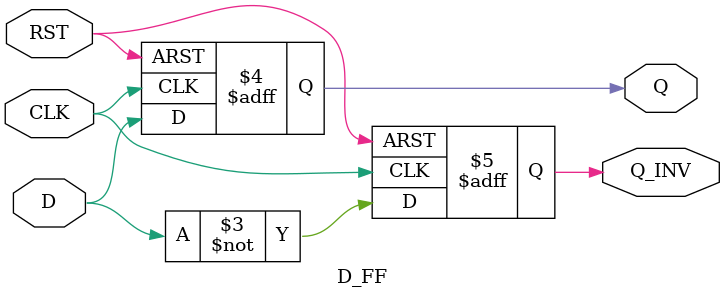
<source format=v>
module D_FF(
	input D,
	input CLK,
	input RST,
	output reg Q,
	output reg Q_INV
);


	always@(posedge CLK or negedge RST) begin
	
		if(!RST) begin
		
			Q<=1'b0;
			Q_INV<=1'b1;	
				
		end
		else begin
			Q<=D;
			Q_INV<=(~D);
		end 
	end

endmodule
</source>
